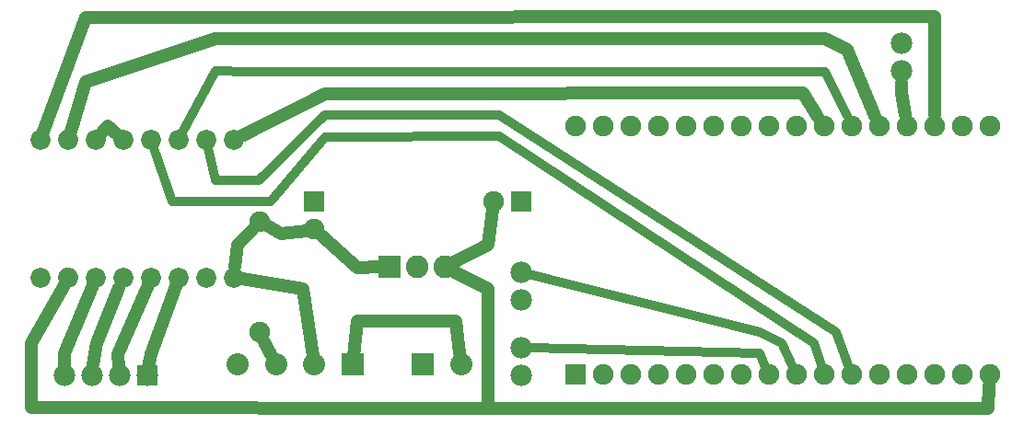
<source format=gbl>
G04 MADE WITH FRITZING*
G04 WWW.FRITZING.ORG*
G04 DOUBLE SIDED*
G04 HOLES PLATED*
G04 CONTOUR ON CENTER OF CONTOUR VECTOR*
%ASAXBY*%
%FSLAX23Y23*%
%MOIN*%
%OFA0B0*%
%SFA1.0B1.0*%
%ADD10C,0.082000*%
%ADD11C,0.075000*%
%ADD12C,0.078000*%
%ADD13C,0.072472*%
%ADD14C,0.072445*%
%ADD15C,0.072417*%
%ADD16C,0.080000*%
%ADD17R,0.082000X0.082000*%
%ADD18R,0.075000X0.075000*%
%ADD19R,0.078000X0.078000*%
%ADD20R,0.080000X0.080000*%
%ADD21C,0.048000*%
%ADD22C,0.032000*%
%ADD23R,0.001000X0.001000*%
%LNCOPPER0*%
G90*
G70*
G54D10*
X1413Y591D03*
X1513Y591D03*
X1613Y591D03*
G54D11*
X2085Y203D03*
X2085Y1103D03*
X2185Y203D03*
X2185Y1103D03*
X2285Y203D03*
X2285Y1103D03*
X2385Y203D03*
X2385Y1103D03*
X2485Y203D03*
X2485Y1103D03*
X2585Y203D03*
X2585Y1103D03*
X2685Y203D03*
X2685Y1103D03*
X2785Y203D03*
X2785Y1103D03*
X2885Y203D03*
X2885Y1103D03*
X2985Y203D03*
X2985Y1103D03*
X3085Y203D03*
X3085Y1103D03*
X3185Y203D03*
X3185Y1103D03*
X3285Y203D03*
X3285Y1103D03*
X3385Y203D03*
X3385Y1103D03*
X3485Y203D03*
X3485Y1103D03*
X3585Y203D03*
X3585Y1103D03*
G54D12*
X535Y197D03*
X435Y197D03*
X335Y197D03*
X235Y197D03*
G54D11*
X943Y355D03*
X943Y755D03*
G54D13*
X150Y552D03*
X850Y1052D03*
X750Y1052D03*
X650Y1052D03*
X550Y1052D03*
X450Y1052D03*
G54D14*
X350Y1052D03*
X250Y1052D03*
G54D13*
X149Y1052D03*
G54D14*
X850Y552D03*
G54D15*
X750Y552D03*
G54D14*
X650Y552D03*
G54D13*
X550Y552D03*
G54D14*
X450Y552D03*
G54D15*
X350Y552D03*
X250Y552D03*
G54D11*
X1888Y827D03*
X1788Y827D03*
X1140Y827D03*
X1140Y727D03*
G54D16*
X1534Y237D03*
X1672Y237D03*
X1278Y237D03*
X1140Y237D03*
X1002Y237D03*
X864Y237D03*
G54D12*
X3266Y1300D03*
X3266Y1400D03*
X1888Y197D03*
X1888Y297D03*
X1888Y473D03*
X1888Y573D03*
G54D17*
X1413Y591D03*
G54D18*
X2085Y203D03*
G54D19*
X535Y197D03*
G54D18*
X1888Y827D03*
X1140Y827D03*
G54D20*
X1534Y237D03*
X1278Y237D03*
G54D21*
X961Y319D02*
X983Y274D01*
D02*
X3068Y1378D02*
X3169Y1139D01*
D02*
X314Y1260D02*
X784Y1417D01*
D02*
X2989Y1419D02*
X3068Y1378D01*
D02*
X258Y1080D02*
X314Y1260D01*
D02*
X784Y1417D02*
X2989Y1419D01*
D02*
X314Y1496D02*
X160Y1080D01*
D02*
X3385Y1497D02*
X314Y1496D01*
D02*
X3385Y1262D02*
X3385Y1497D01*
D02*
X3385Y1143D02*
X3385Y1262D01*
G54D22*
D02*
X2989Y1299D02*
X3068Y1139D01*
D02*
X905Y1299D02*
X2832Y1299D01*
D02*
X2832Y1299D02*
X2989Y1299D01*
D02*
X784Y1302D02*
X905Y1299D01*
D02*
X664Y1078D02*
X784Y1302D01*
G54D21*
D02*
X1181Y1219D02*
X876Y1065D01*
D02*
X2911Y1221D02*
X1181Y1219D01*
D02*
X2964Y1136D02*
X2911Y1221D01*
G54D22*
D02*
X3030Y356D02*
X3073Y235D01*
D02*
X1181Y1140D02*
X1810Y1142D01*
D02*
X1810Y1142D02*
X3030Y356D01*
D02*
X941Y905D02*
X1181Y1140D01*
D02*
X784Y905D02*
X941Y905D01*
D02*
X756Y1022D02*
X784Y905D01*
D02*
X1810Y1064D02*
X2951Y315D01*
D02*
X1181Y1062D02*
X1810Y1064D01*
D02*
X627Y827D02*
X982Y827D01*
D02*
X2951Y315D02*
X2975Y236D01*
D02*
X982Y827D02*
X1181Y1062D01*
D02*
X559Y1023D02*
X627Y827D01*
G54D21*
D02*
X1769Y196D02*
X1769Y513D01*
D02*
X1769Y513D02*
X1651Y572D01*
D02*
X1769Y79D02*
X1769Y196D01*
D02*
X3580Y79D02*
X1769Y79D01*
D02*
X3583Y163D02*
X3580Y79D01*
D02*
X3266Y1221D02*
X3266Y1258D01*
D02*
X3279Y1142D02*
X3266Y1221D01*
D02*
X864Y671D02*
X916Y726D01*
D02*
X854Y592D02*
X864Y671D01*
D02*
X1769Y513D02*
X1651Y572D01*
D02*
X1769Y196D02*
X1769Y513D01*
D02*
X1769Y79D02*
X1769Y196D01*
D02*
X115Y80D02*
X1769Y79D01*
D02*
X115Y315D02*
X115Y80D01*
D02*
X235Y526D02*
X115Y315D01*
D02*
X235Y278D02*
X338Y524D01*
D02*
X235Y227D02*
X235Y278D01*
D02*
X353Y315D02*
X434Y514D01*
D02*
X341Y238D02*
X353Y315D01*
D02*
X431Y276D02*
X538Y524D01*
D02*
X433Y227D02*
X431Y276D01*
D02*
X549Y276D02*
X639Y523D01*
D02*
X540Y227D02*
X549Y276D01*
D02*
X392Y1103D02*
X427Y1072D01*
D02*
X369Y1075D02*
X392Y1103D01*
D02*
X1297Y394D02*
X1282Y268D01*
D02*
X1653Y394D02*
X1297Y394D01*
D02*
X1667Y279D02*
X1653Y394D01*
D02*
X1297Y589D02*
X1162Y708D01*
D02*
X1380Y590D02*
X1297Y589D01*
D02*
X1020Y710D02*
X968Y740D01*
D02*
X1112Y723D02*
X1020Y710D01*
D02*
X1769Y671D02*
X1641Y606D01*
D02*
X1785Y799D02*
X1769Y671D01*
D02*
X1099Y513D02*
X1136Y267D01*
D02*
X879Y547D02*
X1099Y513D01*
G54D22*
D02*
X1918Y297D02*
X2753Y277D01*
D02*
X2753Y277D02*
X2774Y229D01*
D02*
X1917Y566D02*
X2753Y356D01*
D02*
X2753Y356D02*
X2832Y315D01*
D02*
X2832Y315D02*
X2873Y229D01*
G54D23*
X243Y1088D02*
X255Y1088D01*
X239Y1087D02*
X259Y1087D01*
X236Y1086D02*
X262Y1086D01*
X234Y1085D02*
X264Y1085D01*
X232Y1084D02*
X266Y1084D01*
X230Y1083D02*
X268Y1083D01*
X229Y1082D02*
X269Y1082D01*
X227Y1081D02*
X271Y1081D01*
X226Y1080D02*
X272Y1080D01*
X225Y1079D02*
X273Y1079D01*
X224Y1078D02*
X274Y1078D01*
X223Y1077D02*
X275Y1077D01*
X222Y1076D02*
X276Y1076D01*
X221Y1075D02*
X277Y1075D01*
X220Y1074D02*
X278Y1074D01*
X220Y1073D02*
X278Y1073D01*
X219Y1072D02*
X279Y1072D01*
X219Y1071D02*
X244Y1071D01*
X254Y1071D02*
X279Y1071D01*
X218Y1070D02*
X241Y1070D01*
X257Y1070D02*
X280Y1070D01*
X217Y1069D02*
X239Y1069D01*
X259Y1069D02*
X281Y1069D01*
X217Y1068D02*
X238Y1068D01*
X260Y1068D02*
X281Y1068D01*
X216Y1067D02*
X236Y1067D01*
X262Y1067D02*
X282Y1067D01*
X216Y1066D02*
X235Y1066D01*
X263Y1066D02*
X282Y1066D01*
X216Y1065D02*
X234Y1065D01*
X264Y1065D02*
X282Y1065D01*
X215Y1064D02*
X234Y1064D01*
X264Y1064D02*
X283Y1064D01*
X215Y1063D02*
X233Y1063D01*
X265Y1063D02*
X283Y1063D01*
X215Y1062D02*
X232Y1062D01*
X266Y1062D02*
X283Y1062D01*
X214Y1061D02*
X232Y1061D01*
X266Y1061D02*
X284Y1061D01*
X214Y1060D02*
X231Y1060D01*
X267Y1060D02*
X284Y1060D01*
X214Y1059D02*
X231Y1059D01*
X267Y1059D02*
X284Y1059D01*
X214Y1058D02*
X230Y1058D01*
X268Y1058D02*
X284Y1058D01*
X214Y1057D02*
X230Y1057D01*
X268Y1057D02*
X284Y1057D01*
X213Y1056D02*
X230Y1056D01*
X268Y1056D02*
X284Y1056D01*
X213Y1055D02*
X230Y1055D01*
X268Y1055D02*
X285Y1055D01*
X213Y1054D02*
X230Y1054D01*
X268Y1054D02*
X285Y1054D01*
X213Y1053D02*
X230Y1053D01*
X268Y1053D02*
X285Y1053D01*
X213Y1052D02*
X230Y1052D01*
X268Y1052D02*
X285Y1052D01*
X213Y1051D02*
X230Y1051D01*
X268Y1051D02*
X285Y1051D01*
X213Y1050D02*
X230Y1050D01*
X268Y1050D02*
X285Y1050D01*
X213Y1049D02*
X230Y1049D01*
X268Y1049D02*
X284Y1049D01*
X214Y1048D02*
X230Y1048D01*
X268Y1048D02*
X284Y1048D01*
X214Y1047D02*
X230Y1047D01*
X268Y1047D02*
X284Y1047D01*
X214Y1046D02*
X231Y1046D01*
X267Y1046D02*
X284Y1046D01*
X214Y1045D02*
X231Y1045D01*
X267Y1045D02*
X284Y1045D01*
X214Y1044D02*
X232Y1044D01*
X266Y1044D02*
X284Y1044D01*
X215Y1043D02*
X232Y1043D01*
X266Y1043D02*
X283Y1043D01*
X215Y1042D02*
X233Y1042D01*
X265Y1042D02*
X283Y1042D01*
X215Y1041D02*
X234Y1041D01*
X264Y1041D02*
X283Y1041D01*
X216Y1040D02*
X234Y1040D01*
X264Y1040D02*
X282Y1040D01*
X216Y1039D02*
X235Y1039D01*
X263Y1039D02*
X282Y1039D01*
X217Y1038D02*
X237Y1038D01*
X261Y1038D02*
X281Y1038D01*
X217Y1037D02*
X238Y1037D01*
X260Y1037D02*
X281Y1037D01*
X217Y1036D02*
X239Y1036D01*
X259Y1036D02*
X281Y1036D01*
X218Y1035D02*
X241Y1035D01*
X257Y1035D02*
X280Y1035D01*
X219Y1034D02*
X245Y1034D01*
X253Y1034D02*
X279Y1034D01*
X219Y1033D02*
X279Y1033D01*
X220Y1032D02*
X278Y1032D01*
X220Y1031D02*
X277Y1031D01*
X221Y1030D02*
X277Y1030D01*
X222Y1029D02*
X276Y1029D01*
X223Y1028D02*
X275Y1028D01*
X224Y1027D02*
X274Y1027D01*
X225Y1026D02*
X273Y1026D01*
X226Y1025D02*
X272Y1025D01*
X227Y1024D02*
X271Y1024D01*
X229Y1023D02*
X269Y1023D01*
X230Y1022D02*
X268Y1022D01*
X232Y1021D02*
X266Y1021D01*
X234Y1020D02*
X264Y1020D01*
X236Y1019D02*
X262Y1019D01*
X239Y1018D02*
X259Y1018D01*
X243Y1017D02*
X255Y1017D01*
X249Y589D02*
X249Y589D01*
X242Y588D02*
X256Y588D01*
X238Y587D02*
X260Y587D01*
X235Y586D02*
X263Y586D01*
X233Y585D02*
X265Y585D01*
X231Y584D02*
X267Y584D01*
X230Y583D02*
X268Y583D01*
X228Y582D02*
X270Y582D01*
X227Y581D02*
X271Y581D01*
X226Y580D02*
X272Y580D01*
X225Y579D02*
X273Y579D01*
X224Y578D02*
X274Y578D01*
X223Y577D02*
X275Y577D01*
X222Y576D02*
X276Y576D01*
X221Y575D02*
X277Y575D01*
X220Y574D02*
X278Y574D01*
X220Y573D02*
X278Y573D01*
X219Y572D02*
X279Y572D01*
X218Y571D02*
X243Y571D01*
X255Y571D02*
X280Y571D01*
X218Y570D02*
X240Y570D01*
X258Y570D02*
X280Y570D01*
X217Y569D02*
X239Y569D01*
X259Y569D02*
X281Y569D01*
X217Y568D02*
X237Y568D01*
X261Y568D02*
X281Y568D01*
X216Y567D02*
X236Y567D01*
X262Y567D02*
X282Y567D01*
X216Y566D02*
X235Y566D01*
X263Y566D02*
X282Y566D01*
X216Y565D02*
X234Y565D01*
X264Y565D02*
X282Y565D01*
X215Y564D02*
X233Y564D01*
X265Y564D02*
X283Y564D01*
X215Y563D02*
X233Y563D01*
X265Y563D02*
X283Y563D01*
X215Y562D02*
X232Y562D01*
X266Y562D02*
X283Y562D01*
X214Y561D02*
X231Y561D01*
X267Y561D02*
X284Y561D01*
X214Y560D02*
X231Y560D01*
X267Y560D02*
X284Y560D01*
X214Y559D02*
X231Y559D01*
X267Y559D02*
X284Y559D01*
X214Y558D02*
X230Y558D01*
X268Y558D02*
X284Y558D01*
X214Y557D02*
X230Y557D01*
X268Y557D02*
X284Y557D01*
X213Y556D02*
X230Y556D01*
X268Y556D02*
X285Y556D01*
X213Y555D02*
X230Y555D01*
X268Y555D02*
X285Y555D01*
X213Y554D02*
X230Y554D01*
X268Y554D02*
X285Y554D01*
X213Y553D02*
X230Y553D01*
X268Y553D02*
X285Y553D01*
X213Y552D02*
X230Y552D01*
X268Y552D02*
X285Y552D01*
X213Y551D02*
X230Y551D01*
X268Y551D02*
X285Y551D01*
X213Y550D02*
X230Y550D01*
X268Y550D02*
X285Y550D01*
X214Y549D02*
X230Y549D01*
X268Y549D02*
X284Y549D01*
X214Y548D02*
X230Y548D01*
X268Y548D02*
X284Y548D01*
X214Y547D02*
X230Y547D01*
X267Y547D02*
X284Y547D01*
X214Y546D02*
X231Y546D01*
X267Y546D02*
X284Y546D01*
X214Y545D02*
X231Y545D01*
X267Y545D02*
X284Y545D01*
X215Y544D02*
X232Y544D01*
X266Y544D02*
X283Y544D01*
X215Y543D02*
X232Y543D01*
X266Y543D02*
X283Y543D01*
X215Y542D02*
X233Y542D01*
X265Y542D02*
X283Y542D01*
X215Y541D02*
X234Y541D01*
X264Y541D02*
X283Y541D01*
X216Y540D02*
X235Y540D01*
X263Y540D02*
X282Y540D01*
X216Y539D02*
X236Y539D01*
X262Y539D02*
X282Y539D01*
X217Y538D02*
X237Y538D01*
X261Y538D02*
X281Y538D01*
X217Y537D02*
X238Y537D01*
X260Y537D02*
X281Y537D01*
X218Y536D02*
X240Y536D01*
X258Y536D02*
X280Y536D01*
X218Y535D02*
X242Y535D01*
X256Y535D02*
X280Y535D01*
X219Y534D02*
X248Y534D01*
X250Y534D02*
X279Y534D01*
X219Y533D02*
X279Y533D01*
X220Y532D02*
X278Y532D01*
X221Y531D02*
X277Y531D01*
X221Y530D02*
X277Y530D01*
X222Y529D02*
X276Y529D01*
X223Y528D02*
X275Y528D01*
X224Y527D02*
X274Y527D01*
X225Y526D02*
X273Y526D01*
X226Y525D02*
X272Y525D01*
X228Y524D02*
X270Y524D01*
X229Y523D02*
X269Y523D01*
X231Y522D02*
X267Y522D01*
X233Y521D02*
X265Y521D01*
X235Y520D02*
X263Y520D01*
X237Y519D02*
X261Y519D01*
X240Y518D02*
X258Y518D01*
X245Y517D02*
X253Y517D01*
D02*
G04 End of Copper0*
M02*
</source>
